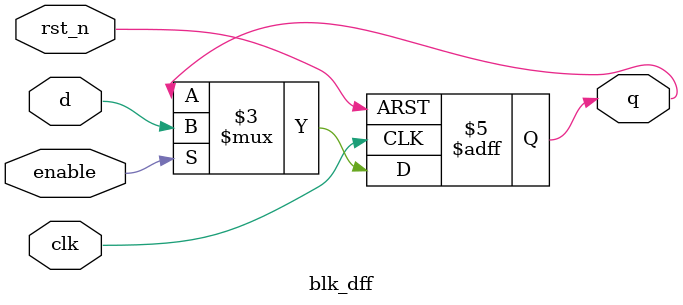
<source format=sv>
`timescale 1ns / 1ps

module blk_dff #(parameter WIDTH = 1)
    (
        output logic [WIDTH-1:0] q,
        input logic  [WIDTH-1:0] d,
        input logic             enable,
                                clk,
                                rst_n
    );

    always_ff @(posedge clk, negedge rst_n)
    begin
        if (~rst_n)
        begin
            q<=0;
        end
        else if(enable)
        begin
            q<=d;
        end
    end
endmodule

</source>
